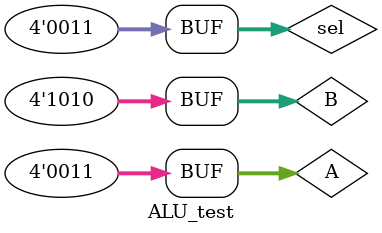
<source format=sv>
module ALU_test();

	logic [3:0] A,B,Out;
	logic [3:0] sel;
	logic Z,O,Ca,Neg;
	ALU #(.N(4)) myALU (.A(A),.B(B),.sel(sel), .out(Out), .Z(Z),.O(O),.Ca(Ca),.Neg(Neg) );
	
	
	initial begin
	
	sel=4'b0000;
	A=4'b0011;
	B=4'b1101;
	
	#10;
	A=4'b0111;
	B=4'b1101;
	#10;
	A=4'b1111;
	B=4'b0110;
	#10;
	A=4'b0111;
	B=4'b0010;
	#10;
	
	sel=4'b0001;
	A=4'b0011;
	B=4'b1101;
	
	#10;
	A=4'b0111;
	
	
	B=4'b1101;
	#10;
	A=4'b1111;
	B=4'b0110;
	#10;
	A=4'b0111;
	B=4'b0010;
	#10;
	
	
	sel=4'b0010;
	A=4'b0001;
	B=4'b1001;
	#10;
	A=4'b1010;
	B=4'b1010;
	#10;
	A=4'b0000;
	B=4'b1111;
	#10;
	A=4'b0011;
	B=4'b1010;
	#10;
	
	
	sel=4'b0011;
	A=4'b0001;
	B=4'b0001;
	#10;
	A=4'b1011;
	B=4'b0010;
	#10;
	A=4'b0000;
	B=4'b1111;
	#10;
	A=4'b0011;
	B=4'b1010;
	#10;
	
	end 
endmodule  
</source>
